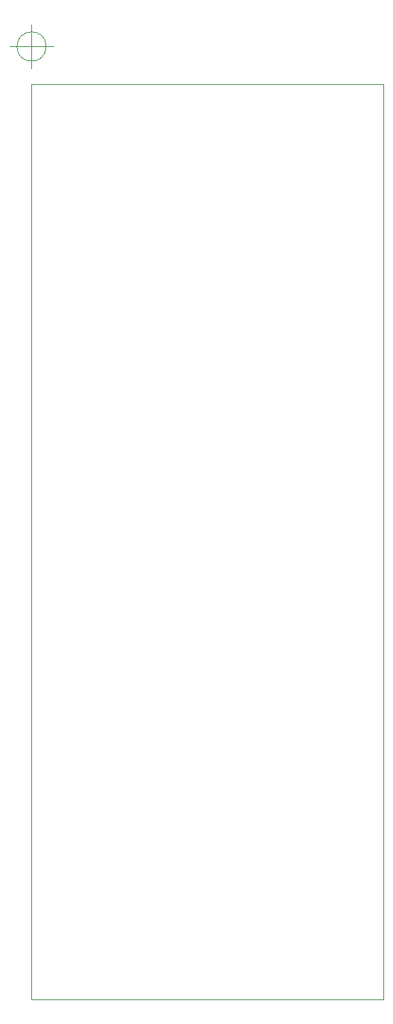
<source format=gbr>
%TF.GenerationSoftware,KiCad,Pcbnew,5.1.8*%
%TF.CreationDate,2020-12-05T20:57:14+00:00*%
%TF.ProjectId,oscillator_prototype,6f736369-6c6c-4617-946f-725f70726f74,rev?*%
%TF.SameCoordinates,Original*%
%TF.FileFunction,Profile,NP*%
%FSLAX46Y46*%
G04 Gerber Fmt 4.6, Leading zero omitted, Abs format (unit mm)*
G04 Created by KiCad (PCBNEW 5.1.8) date 2020-12-05 20:57:14*
%MOMM*%
%LPD*%
G01*
G04 APERTURE LIST*
%TA.AperFunction,Profile*%
%ADD10C,0.050000*%
%TD*%
G04 APERTURE END LIST*
D10*
X45000000Y-148250000D02*
X45000000Y-44250000D01*
X85000000Y-148250000D02*
X45000000Y-148250000D01*
X85000000Y-44250000D02*
X85000000Y-148250000D01*
X45000000Y-44250000D02*
X85000000Y-44250000D01*
X46666666Y-40000000D02*
G75*
G03*
X46666666Y-40000000I-1666666J0D01*
G01*
X42500000Y-40000000D02*
X47500000Y-40000000D01*
X45000000Y-37500000D02*
X45000000Y-42500000D01*
M02*

</source>
